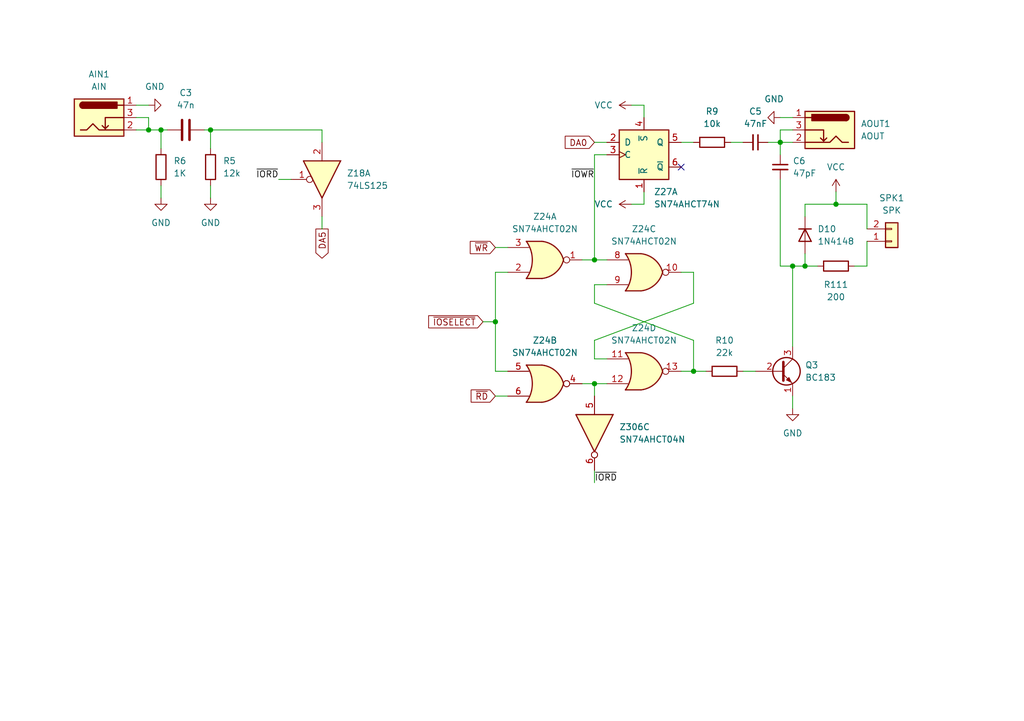
<source format=kicad_sch>
(kicad_sch (version 20211123) (generator eeschema)
  (paper "A5")
  (title_block (title "JupiterAce Z80 plus KIO and new memory format.") (date "2020-05-12") (rev "${REVNUM}") (company "Ontobus") (comment 1 "John Bradley") (comment 2 "https://creativecommons.org/licenses/by-nc-sa/4.0/") (comment 3 "Attribution-NonCommercial-ShareAlike 4.0 International License.") (comment 4 "This work is licensed under a Creative Commons "))
  (lib_symbols
    (symbol "74xx:74LS02" (pin_names (offset 1.016))
      (property "Reference" "U" (at 0 1.27 0))
      (property "Value" "74LS02" (at 0 -1.27 0))
      (symbol "74LS02_1_1"
        (arc (start -3.81 -3.81) (mid -2.589 0) (end -3.81 3.81) (stroke (width 0.254)))
        (arc (start -0.6096 -3.81) (mid 2.1855 -2.584) (end 3.81 0) (stroke (width 0.254)) (fill (type background)))
        (polyline (pts (xy -3.81 -3.81) (xy -0.635 -3.81)) (stroke (width 0.254)) (fill (type background)))
        (polyline (pts (xy -3.81 3.81) (xy -0.635 3.81)) (stroke (width 0.254)) (fill (type background)))
        (polyline (pts (xy -0.635 3.81) (xy -3.81 3.81) (xy -3.81 3.81) (xy -3.556 3.4036) (xy -3.0226 2.2606) (xy -2.6924 1.0414) (xy -2.6162 -0.254) (xy -2.7686 -1.4986) (xy -3.175 -2.7178) (xy -3.81 -3.81) (xy -3.81 -3.81) (xy -0.635 -3.81)) (stroke (width -25.4)) (fill (type background)))
        (arc (start 3.81 0) (mid 2.1928 2.5925) (end -0.6096 3.81) (stroke (width 0.254)) (fill (type background)))
        (pin output inverted (at 7.62 0 180) (length 3.81) (name "~") (number "1"))
        (pin input line (at -7.62 2.54 0) (length 4.318) (name "~") (number "2"))
        (pin input line (at -7.62 -2.54 0) (length 4.318) (name "~") (number "3"))
      )
      (symbol "74LS02_1_2"
        (arc (start 0 -3.81) (mid 3.81 0) (end 0 3.81) (stroke (width 0.254)) (fill (type background)))
        (polyline (pts (xy 0 3.81) (xy -3.81 3.81) (xy -3.81 -3.81) (xy 0 -3.81)) (stroke (width 0.254)) (fill (type background)))
        (pin output line (at 7.62 0 180) (length 3.81) (name "~") (number "1"))
        (pin input inverted (at -7.62 2.54 0) (length 3.81) (name "~") (number "2"))
        (pin input inverted (at -7.62 -2.54 0) (length 3.81) (name "~") (number "3"))
      )
      (symbol "74LS02_2_1"
        (arc (start -3.81 -3.81) (mid -2.589 0) (end -3.81 3.81) (stroke (width 0.254)))
        (arc (start -0.6096 -3.81) (mid 2.1855 -2.584) (end 3.81 0) (stroke (width 0.254)) (fill (type background)))
        (polyline (pts (xy -3.81 -3.81) (xy -0.635 -3.81)) (stroke (width 0.254)) (fill (type background)))
        (polyline (pts (xy -3.81 3.81) (xy -0.635 3.81)) (stroke (width 0.254)) (fill (type background)))
        (polyline (pts (xy -0.635 3.81) (xy -3.81 3.81) (xy -3.81 3.81) (xy -3.556 3.4036) (xy -3.0226 2.2606) (xy -2.6924 1.0414) (xy -2.6162 -0.254) (xy -2.7686 -1.4986) (xy -3.175 -2.7178) (xy -3.81 -3.81) (xy -3.81 -3.81) (xy -0.635 -3.81)) (stroke (width -25.4)) (fill (type background)))
        (arc (start 3.81 0) (mid 2.1928 2.5925) (end -0.6096 3.81) (stroke (width 0.254)) (fill (type background)))
        (pin output inverted (at 7.62 0 180) (length 3.81) (name "~") (number "4"))
        (pin input line (at -7.62 2.54 0) (length 4.318) (name "~") (number "5"))
        (pin input line (at -7.62 -2.54 0) (length 4.318) (name "~") (number "6"))
      )
      (symbol "74LS02_2_2"
        (arc (start 0 -3.81) (mid 3.81 0) (end 0 3.81) (stroke (width 0.254)) (fill (type background)))
        (polyline (pts (xy 0 3.81) (xy -3.81 3.81) (xy -3.81 -3.81) (xy 0 -3.81)) (stroke (width 0.254)) (fill (type background)))
        (pin output line (at 7.62 0 180) (length 3.81) (name "~") (number "4"))
        (pin input inverted (at -7.62 2.54 0) (length 3.81) (name "~") (number "5"))
        (pin input inverted (at -7.62 -2.54 0) (length 3.81) (name "~") (number "6"))
      )
      (symbol "74LS02_3_1"
        (arc (start -3.81 -3.81) (mid -2.589 0) (end -3.81 3.81) (stroke (width 0.254)))
        (arc (start -0.6096 -3.81) (mid 2.1855 -2.584) (end 3.81 0) (stroke (width 0.254)) (fill (type background)))
        (polyline (pts (xy -3.81 -3.81) (xy -0.635 -3.81)) (stroke (width 0.254)) (fill (type background)))
        (polyline (pts (xy -3.81 3.81) (xy -0.635 3.81)) (stroke (width 0.254)) (fill (type background)))
        (polyline (pts (xy -0.635 3.81) (xy -3.81 3.81) (xy -3.81 3.81) (xy -3.556 3.4036) (xy -3.0226 2.2606) (xy -2.6924 1.0414) (xy -2.6162 -0.254) (xy -2.7686 -1.4986) (xy -3.175 -2.7178) (xy -3.81 -3.81) (xy -3.81 -3.81) (xy -0.635 -3.81)) (stroke (width -25.4)) (fill (type background)))
        (arc (start 3.81 0) (mid 2.1928 2.5925) (end -0.6096 3.81) (stroke (width 0.254)) (fill (type background)))
        (pin output inverted (at 7.62 0 180) (length 3.81) (name "~") (number "10"))
        (pin input line (at -7.62 2.54 0) (length 4.318) (name "~") (number "8"))
        (pin input line (at -7.62 -2.54 0) (length 4.318) (name "~") (number "9"))
      )
      (symbol "74LS02_3_2"
        (arc (start 0 -3.81) (mid 3.81 0) (end 0 3.81) (stroke (width 0.254)) (fill (type background)))
        (polyline (pts (xy 0 3.81) (xy -3.81 3.81) (xy -3.81 -3.81) (xy 0 -3.81)) (stroke (width 0.254)) (fill (type background)))
        (pin output line (at 7.62 0 180) (length 3.81) (name "~") (number "10"))
        (pin input inverted (at -7.62 2.54 0) (length 3.81) (name "~") (number "8"))
        (pin input inverted (at -7.62 -2.54 0) (length 3.81) (name "~") (number "9"))
      )
      (symbol "74LS02_4_1"
        (arc (start -3.81 -3.81) (mid -2.589 0) (end -3.81 3.81) (stroke (width 0.254)))
        (arc (start -0.6096 -3.81) (mid 2.1855 -2.584) (end 3.81 0) (stroke (width 0.254)) (fill (type background)))
        (polyline (pts (xy -3.81 -3.81) (xy -0.635 -3.81)) (stroke (width 0.254)) (fill (type background)))
        (polyline (pts (xy -3.81 3.81) (xy -0.635 3.81)) (stroke (width 0.254)) (fill (type background)))
        (polyline (pts (xy -0.635 3.81) (xy -3.81 3.81) (xy -3.81 3.81) (xy -3.556 3.4036) (xy -3.0226 2.2606) (xy -2.6924 1.0414) (xy -2.6162 -0.254) (xy -2.7686 -1.4986) (xy -3.175 -2.7178) (xy -3.81 -3.81) (xy -3.81 -3.81) (xy -0.635 -3.81)) (stroke (width -25.4)) (fill (type background)))
        (arc (start 3.81 0) (mid 2.1928 2.5925) (end -0.6096 3.81) (stroke (width 0.254)) (fill (type background)))
        (pin input line (at -7.62 2.54 0) (length 4.318) (name "~") (number "11"))
        (pin input line (at -7.62 -2.54 0) (length 4.318) (name "~") (number "12"))
        (pin output inverted (at 7.62 0 180) (length 3.81) (name "~") (number "13"))
      )
      (symbol "74LS02_4_2"
        (arc (start 0 -3.81) (mid 3.81 0) (end 0 3.81) (stroke (width 0.254)) (fill (type background)))
        (polyline (pts (xy 0 3.81) (xy -3.81 3.81) (xy -3.81 -3.81) (xy 0 -3.81)) (stroke (width 0.254)) (fill (type background)))
        (pin input inverted (at -7.62 2.54 0) (length 3.81) (name "~") (number "11"))
        (pin input inverted (at -7.62 -2.54 0) (length 3.81) (name "~") (number "12"))
        (pin output line (at 7.62 0 180) (length 3.81) (name "~") (number "13"))
      )
      (symbol "74LS02_5_0"
        (pin power_in line (at 0 12.7 270) (length 5.08) (name "VCC") (number "14"))
        (pin power_in line (at 0 -12.7 90) (length 5.08) (name "GND") (number "7"))
      )
      (symbol "74LS02_5_1"
        (rectangle (start -5.08 7.62) (end 5.08 -7.62) (stroke (width 0.254)) (fill (type background)))
      )
    )
    (symbol "74xx:74LS04"
      (property "Reference" "U" (at 0 1.27 0))
      (property "Value" "74LS04" (at 0 -1.27 0))
      (symbol "74LS04_1_0"
        (polyline (pts (xy -3.81 3.81) (xy -3.81 -3.81) (xy 3.81 0) (xy -3.81 3.81)) (stroke (width 0.254)) (fill (type background)))
        (pin input line (at -7.62 0 0) (length 3.81) (name "~") (number "1"))
        (pin output inverted (at 7.62 0 180) (length 3.81) (name "~") (number "2"))
      )
      (symbol "74LS04_2_0"
        (polyline (pts (xy -3.81 3.81) (xy -3.81 -3.81) (xy 3.81 0) (xy -3.81 3.81)) (stroke (width 0.254)) (fill (type background)))
        (pin input line (at -7.62 0 0) (length 3.81) (name "~") (number "3"))
        (pin output inverted (at 7.62 0 180) (length 3.81) (name "~") (number "4"))
      )
      (symbol "74LS04_3_0"
        (polyline (pts (xy -3.81 3.81) (xy -3.81 -3.81) (xy 3.81 0) (xy -3.81 3.81)) (stroke (width 0.254)) (fill (type background)))
        (pin input line (at -7.62 0 0) (length 3.81) (name "~") (number "5"))
        (pin output inverted (at 7.62 0 180) (length 3.81) (name "~") (number "6"))
      )
      (symbol "74LS04_4_0"
        (polyline (pts (xy -3.81 3.81) (xy -3.81 -3.81) (xy 3.81 0) (xy -3.81 3.81)) (stroke (width 0.254)) (fill (type background)))
        (pin output inverted (at 7.62 0 180) (length 3.81) (name "~") (number "8"))
        (pin input line (at -7.62 0 0) (length 3.81) (name "~") (number "9"))
      )
      (symbol "74LS04_5_0"
        (polyline (pts (xy -3.81 3.81) (xy -3.81 -3.81) (xy 3.81 0) (xy -3.81 3.81)) (stroke (width 0.254)) (fill (type background)))
        (pin output inverted (at 7.62 0 180) (length 3.81) (name "~") (number "10"))
        (pin input line (at -7.62 0 0) (length 3.81) (name "~") (number "11"))
      )
      (symbol "74LS04_6_0"
        (polyline (pts (xy -3.81 3.81) (xy -3.81 -3.81) (xy 3.81 0) (xy -3.81 3.81)) (stroke (width 0.254)) (fill (type background)))
        (pin output inverted (at 7.62 0 180) (length 3.81) (name "~") (number "12"))
        (pin input line (at -7.62 0 0) (length 3.81) (name "~") (number "13"))
      )
      (symbol "74LS04_7_0"
        (pin power_in line (at 0 12.7 270) (length 5.08) (name "VCC") (number "14"))
        (pin power_in line (at 0 -12.7 90) (length 5.08) (name "GND") (number "7"))
      )
      (symbol "74LS04_7_1"
        (rectangle (start -5.08 7.62) (end 5.08 -7.62) (stroke (width 0.254)) (fill (type background)))
      )
    )
    (symbol "74xx:74LS125" (pin_names (offset 1.016))
      (property "Reference" "U" (at 0 1.27 0))
      (property "Value" "74LS125" (at 0 -1.27 0))
      (symbol "74LS125_1_0"
        (polyline (pts (xy -3.81 3.81) (xy -3.81 -3.81) (xy 3.81 0) (xy -3.81 3.81)) (stroke (width 0.254)) (fill (type background)))
        (pin input inverted (at 0 -6.35 90) (length 4.445) (name "~") (number "1"))
        (pin input line (at -7.62 0 0) (length 3.81) (name "~") (number "2"))
        (pin tri_state line (at 7.62 0 180) (length 3.81) (name "~") (number "3"))
      )
      (symbol "74LS125_2_0"
        (polyline (pts (xy -3.81 3.81) (xy -3.81 -3.81) (xy 3.81 0) (xy -3.81 3.81)) (stroke (width 0.254)) (fill (type background)))
        (pin input inverted (at 0 -6.35 90) (length 4.445) (name "~") (number "4"))
        (pin input line (at -7.62 0 0) (length 3.81) (name "~") (number "5"))
        (pin tri_state line (at 7.62 0 180) (length 3.81) (name "~") (number "6"))
      )
      (symbol "74LS125_3_0"
        (polyline (pts (xy -3.81 3.81) (xy -3.81 -3.81) (xy 3.81 0) (xy -3.81 3.81)) (stroke (width 0.254)) (fill (type background)))
        (pin input inverted (at 0 -6.35 90) (length 4.445) (name "~") (number "10"))
        (pin tri_state line (at 7.62 0 180) (length 3.81) (name "~") (number "8"))
        (pin input line (at -7.62 0 0) (length 3.81) (name "~") (number "9"))
      )
      (symbol "74LS125_4_0"
        (polyline (pts (xy -3.81 3.81) (xy -3.81 -3.81) (xy 3.81 0) (xy -3.81 3.81)) (stroke (width 0.254)) (fill (type background)))
        (pin tri_state line (at 7.62 0 180) (length 3.81) (name "~") (number "11"))
        (pin input line (at -7.62 0 0) (length 3.81) (name "~") (number "12"))
        (pin input inverted (at 0 -6.35 90) (length 4.445) (name "~") (number "13"))
      )
      (symbol "74LS125_5_0"
        (pin power_in line (at 0 12.7 270) (length 5.08) (name "VCC") (number "14"))
        (pin power_in line (at 0 -12.7 90) (length 5.08) (name "GND") (number "7"))
      )
      (symbol "74LS125_5_1"
        (rectangle (start -5.08 7.62) (end 5.08 -7.62) (stroke (width 0.254)) (fill (type background)))
      )
    )
    (symbol "74xx:74LS74" (pin_names (offset 1.016))
      (property "Reference" "U" (at -7.62 8.89 0))
      (property "Value" "74LS74" (at -7.62 -8.89 0))
      (symbol "74LS74_1_0"
        (pin input line (at 0 -7.62 90) (length 2.54) (name "~{R}") (number "1"))
        (pin input line (at -7.62 2.54 0) (length 2.54) (name "D") (number "2"))
        (pin input clock (at -7.62 0 0) (length 2.54) (name "C") (number "3"))
        (pin input line (at 0 7.62 270) (length 2.54) (name "~{S}") (number "4"))
        (pin output line (at 7.62 2.54 180) (length 2.54) (name "Q") (number "5"))
        (pin output line (at 7.62 -2.54 180) (length 2.54) (name "~{Q}") (number "6"))
      )
      (symbol "74LS74_1_1"
        (rectangle (start -5.08 5.08) (end 5.08 -5.08) (stroke (width 0.254)) (fill (type background)))
      )
      (symbol "74LS74_2_0"
        (pin input line (at 0 7.62 270) (length 2.54) (name "~{S}") (number "10"))
        (pin input clock (at -7.62 0 0) (length 2.54) (name "C") (number "11"))
        (pin input line (at -7.62 2.54 0) (length 2.54) (name "D") (number "12"))
        (pin input line (at 0 -7.62 90) (length 2.54) (name "~{R}") (number "13"))
        (pin output line (at 7.62 -2.54 180) (length 2.54) (name "~{Q}") (number "8"))
        (pin output line (at 7.62 2.54 180) (length 2.54) (name "Q") (number "9"))
      )
      (symbol "74LS74_2_1"
        (rectangle (start -5.08 5.08) (end 5.08 -5.08) (stroke (width 0.254)) (fill (type background)))
      )
      (symbol "74LS74_3_0"
        (pin power_in line (at 0 10.16 270) (length 2.54) (name "VCC") (number "14"))
        (pin power_in line (at 0 -10.16 90) (length 2.54) (name "GND") (number "7"))
      )
      (symbol "74LS74_3_1"
        (rectangle (start -5.08 7.62) (end 5.08 -7.62) (stroke (width 0.254)) (fill (type background)))
      )
    )
    (symbol "Connector:Barrel_Jack_Switch" (pin_names hide)
      (property "Reference" "J" (at 0 5.334 0))
      (property "Value" "Barrel_Jack_Switch" (at 0 -5.08 0))
      (symbol "Barrel_Jack_Switch_0_1"
        (rectangle (start -5.08 3.81) (end 5.08 -3.81) (stroke (width 0.254)) (fill (type background)))
        (arc (start -3.302 3.175) (mid -3.937 2.54) (end -3.302 1.905) (stroke (width 0.254)))
        (arc (start -3.302 3.175) (mid -3.937 2.54) (end -3.302 1.905) (stroke (width 0.254)) (fill (type outline)))
        (polyline (pts (xy 1.27 -2.286) (xy 1.905 -1.651)) (stroke (width 0.254)))
        (polyline (pts (xy 5.08 2.54) (xy 3.81 2.54)) (stroke (width 0.254)))
        (polyline (pts (xy 5.08 0) (xy 1.27 0) (xy 1.27 -2.286) (xy 0.635 -1.651)) (stroke (width 0.254)))
        (polyline (pts (xy -3.81 -2.54) (xy -2.54 -2.54) (xy -1.27 -1.27) (xy 0 -2.54) (xy 2.54 -2.54) (xy 5.08 -2.54)) (stroke (width 0.254)))
        (rectangle (start 3.683 3.175) (end -3.302 1.905) (stroke (width 0.254)) (fill (type outline)))
      )
      (symbol "Barrel_Jack_Switch_1_1"
        (pin passive line (at 7.62 2.54 180) (length 2.54) (name "~") (number "1"))
        (pin passive line (at 7.62 -2.54 180) (length 2.54) (name "~") (number "2"))
        (pin passive line (at 7.62 0 180) (length 2.54) (name "~") (number "3"))
      )
    )
    (symbol "Connector_Generic:Conn_01x02" (pin_names (offset 1.016) hide)
      (property "Reference" "J" (at 0 2.54 0))
      (property "Value" "Conn_01x02" (at 0 -5.08 0))
      (symbol "Conn_01x02_1_1"
        (rectangle (start -1.27 -2.413) (end 0 -2.667) (stroke (width 0.1524)))
        (rectangle (start -1.27 0.127) (end 0 -0.127) (stroke (width 0.1524)))
        (rectangle (start -1.27 1.27) (end 1.27 -3.81) (stroke (width 0.254)) (fill (type background)))
        (pin passive line (at -5.08 0 0) (length 3.81) (name "Pin_1") (number "1"))
        (pin passive line (at -5.08 -2.54 0) (length 3.81) (name "Pin_2") (number "2"))
      )
    )
    (symbol "Device:C" (pin_numbers hide) (pin_names (offset 0.254))
      (property "Reference" "C" (at 0.635 2.54 0))
      (property "Value" "C" (at 0.635 -2.54 0))
      (symbol "C_0_1"
        (polyline (pts (xy -2.032 -0.762) (xy 2.032 -0.762)) (stroke (width 0.508)))
        (polyline (pts (xy -2.032 0.762) (xy 2.032 0.762)) (stroke (width 0.508)))
      )
      (symbol "C_1_1"
        (pin passive line (at 0 3.81 270) (length 2.794) (name "~") (number "1"))
        (pin passive line (at 0 -3.81 90) (length 2.794) (name "~") (number "2"))
      )
    )
    (symbol "Device:C_Small" (pin_numbers hide) (pin_names (offset 0.254) hide)
      (property "Reference" "C" (at 0.254 1.778 0))
      (property "Value" "C_Small" (at 0.254 -2.032 0))
      (symbol "C_Small_0_1"
        (polyline (pts (xy -1.524 -0.508) (xy 1.524 -0.508)) (stroke (width 0.3302)))
        (polyline (pts (xy -1.524 0.508) (xy 1.524 0.508)) (stroke (width 0.3048)))
      )
      (symbol "C_Small_1_1"
        (pin passive line (at 0 2.54 270) (length 2.032) (name "~") (number "1"))
        (pin passive line (at 0 -2.54 90) (length 2.032) (name "~") (number "2"))
      )
    )
    (symbol "Device:Q_NPN_EBC" (pin_names (offset 0) hide)
      (property "Reference" "Q" (at 5.08 1.27 0))
      (property "Value" "Q_NPN_EBC" (at 5.08 -1.27 0))
      (symbol "Q_NPN_EBC_0_1"
        (polyline (pts (xy 0.635 0.635) (xy 2.54 2.54)))
        (polyline (pts (xy 0.635 -0.635) (xy 2.54 -2.54) (xy 2.54 -2.54)))
        (polyline (pts (xy 0.635 1.905) (xy 0.635 -1.905) (xy 0.635 -1.905)) (stroke (width 0.508)))
        (polyline (pts (xy 1.27 -1.778) (xy 1.778 -1.27) (xy 2.286 -2.286) (xy 1.27 -1.778) (xy 1.27 -1.778)) (fill (type outline)))
        (circle (center 1.27 0) (radius 2.8194) (stroke (width 0.254)))
      )
      (symbol "Q_NPN_EBC_1_1"
        (pin passive line (at 2.54 -5.08 90) (length 2.54) (name "E") (number "1"))
        (pin passive line (at -5.08 0 0) (length 5.715) (name "B") (number "2"))
        (pin passive line (at 2.54 5.08 270) (length 2.54) (name "C") (number "3"))
      )
    )
    (symbol "Device:R" (pin_numbers hide) (pin_names (offset 0))
      (property "Reference" "R" (at 2.032 0 90))
      (property "Value" "R" (at 0 0 90))
      (symbol "R_0_1"
        (rectangle (start -1.016 -2.54) (end 1.016 2.54) (stroke (width 0.254)))
      )
      (symbol "R_1_1"
        (pin passive line (at 0 3.81 270) (length 1.27) (name "~") (number "1"))
        (pin passive line (at 0 -3.81 90) (length 1.27) (name "~") (number "2"))
      )
    )
    (symbol "Diode:1N4148" (pin_numbers hide) (pin_names (offset 1.016) hide)
      (property "Reference" "D" (at 0 2.54 0))
      (property "Value" "1N4148" (at 0 -2.54 0))
      (symbol "1N4148_0_1"
        (polyline (pts (xy -1.27 1.27) (xy -1.27 -1.27)) (stroke (width 0.254)))
        (polyline (pts (xy 1.27 0) (xy -1.27 0)))
        (polyline (pts (xy 1.27 1.27) (xy 1.27 -1.27) (xy -1.27 0) (xy 1.27 1.27)) (stroke (width 0.254)))
      )
      (symbol "1N4148_1_1"
        (pin passive line (at -3.81 0 0) (length 2.54) (name "K") (number "1"))
        (pin passive line (at 3.81 0 180) (length 2.54) (name "A") (number "2"))
      )
    )
    (symbol "power:GND" (power) (pin_names (offset 0))
      (property "Value" "GND" (at 0 -3.81 0))
      (symbol "GND_0_1"
        (polyline (pts (xy 0 0) (xy 0 -1.27) (xy 1.27 -1.27) (xy 0 -2.54) (xy -1.27 -1.27) (xy 0 -1.27)))
      )
      (symbol "GND_1_1"
        (pin power_in line (at 0 0 270) (length 0) hide (name "GND") (number "1"))
      )
    )
    (symbol "power:VCC" (power) (pin_names (offset 0))
      (property "Value" "VCC" (at 0 3.81 0))
      (symbol "VCC_0_1"
        (polyline (pts (xy -0.762 1.27) (xy 0 2.54)))
        (polyline (pts (xy 0 0) (xy 0 2.54)))
        (polyline (pts (xy 0 2.54) (xy 0.762 1.27)))
      )
      (symbol "VCC_1_1"
        (pin power_in line (at 0 0 90) (length 0) hide (name "VCC") (number "1"))
      )
    )
  )
  (junction (at 101.6 66.04))
  (junction (at 160.02 29.21))
  (junction (at 162.56 54.61))
  (junction (at 121.92 78.74))
  (junction (at 171.45 41.91))
  (junction (at 43.18 26.67))
  (junction (at 142.24 76.2))
  (junction (at 30.48 26.67))
  (junction (at 33.02 26.67))
  (junction (at 121.92 53.34))
  (junction (at 165.1 54.61))
  (no_connect (at 139.7 34.29))
  (wire (pts (xy 57.15 36.83) (xy 59.69 36.83)))
  (wire (pts (xy 160.02 29.21) (xy 162.56 29.21)))
  (wire (pts (xy 142.24 55.88) (xy 142.24 62.23)))
  (wire (pts (xy 121.92 78.74) (xy 124.46 78.74)))
  (wire (pts (xy 165.1 41.91) (xy 165.1 44.45)))
  (wire (pts (xy 101.6 76.2) (xy 104.14 76.2)))
  (wire (pts (xy 160.02 26.67) (xy 160.02 29.21)))
  (wire (pts (xy 162.56 83.82) (xy 162.56 81.28)))
  (wire (pts (xy 139.7 76.2) (xy 142.24 76.2)))
  (wire (pts (xy 162.56 54.61) (xy 162.56 71.12)))
  (wire (pts (xy 139.7 29.21) (xy 142.24 29.21)))
  (wire (pts (xy 121.92 96.52) (xy 121.92 99.06)))
  (wire (pts (xy 121.92 69.85) (xy 121.92 73.66)))
  (wire (pts (xy 165.1 41.91) (xy 171.45 41.91)))
  (wire (pts (xy 160.02 54.61) (xy 160.02 36.83)))
  (wire (pts (xy 41.91 26.67) (xy 43.18 26.67)))
  (wire (pts (xy 129.54 41.91) (xy 132.08 41.91)))
  (wire (pts (xy 119.38 78.74) (xy 121.92 78.74)))
  (wire (pts (xy 157.48 29.21) (xy 160.02 29.21)))
  (wire (pts (xy 177.8 41.91) (xy 171.45 41.91)))
  (wire (pts (xy 104.14 50.8) (xy 101.6 50.8)))
  (wire (pts (xy 160.02 26.67) (xy 162.56 26.67)))
  (wire (pts (xy 124.46 53.34) (xy 121.92 53.34)))
  (wire (pts (xy 149.86 29.21) (xy 152.4 29.21)))
  (wire (pts (xy 139.7 55.88) (xy 142.24 55.88)))
  (wire (pts (xy 177.8 46.99) (xy 177.8 41.91)))
  (wire (pts (xy 160.02 24.13) (xy 162.56 24.13)))
  (wire (pts (xy 27.94 24.13) (xy 30.48 24.13)))
  (wire (pts (xy 121.92 62.23) (xy 142.24 69.85)))
  (wire (pts (xy 121.92 29.21) (xy 124.46 29.21)))
  (wire (pts (xy 66.04 44.45) (xy 66.04 46.99)))
  (wire (pts (xy 43.18 38.1) (xy 43.18 40.64)))
  (wire (pts (xy 30.48 24.13) (xy 30.48 26.67)))
  (wire (pts (xy 121.92 31.75) (xy 124.46 31.75)))
  (wire (pts (xy 101.6 55.88) (xy 101.6 66.04)))
  (wire (pts (xy 121.92 62.23) (xy 121.92 58.42)))
  (wire (pts (xy 142.24 76.2) (xy 144.78 76.2)))
  (wire (pts (xy 33.02 26.67) (xy 33.02 30.48)))
  (wire (pts (xy 129.54 21.59) (xy 132.08 21.59)))
  (wire (pts (xy 171.45 41.91) (xy 171.45 39.37)))
  (wire (pts (xy 43.18 26.67) (xy 43.18 30.48)))
  (wire (pts (xy 66.04 26.67) (xy 66.04 29.21)))
  (wire (pts (xy 177.8 49.53) (xy 177.8 54.61)))
  (wire (pts (xy 142.24 62.23) (xy 121.92 69.85)))
  (wire (pts (xy 33.02 26.67) (xy 34.29 26.67)))
  (wire (pts (xy 121.92 58.42) (xy 124.46 58.42)))
  (wire (pts (xy 132.08 39.37) (xy 132.08 41.91)))
  (wire (pts (xy 27.94 26.67) (xy 30.48 26.67)))
  (wire (pts (xy 121.92 31.75) (xy 121.92 53.34)))
  (wire (pts (xy 165.1 54.61) (xy 165.1 52.07)))
  (wire (pts (xy 101.6 55.88) (xy 104.14 55.88)))
  (wire (pts (xy 167.64 54.61) (xy 165.1 54.61)))
  (wire (pts (xy 104.14 81.28) (xy 101.6 81.28)))
  (wire (pts (xy 33.02 38.1) (xy 33.02 40.64)))
  (wire (pts (xy 30.48 21.59) (xy 27.94 21.59)))
  (wire (pts (xy 119.38 53.34) (xy 121.92 53.34)))
  (wire (pts (xy 101.6 76.2) (xy 101.6 66.04)))
  (wire (pts (xy 160.02 29.21) (xy 160.02 31.75)))
  (wire (pts (xy 152.4 76.2) (xy 154.94 76.2)))
  (wire (pts (xy 99.06 66.04) (xy 101.6 66.04)))
  (wire (pts (xy 121.92 81.28) (xy 121.92 78.74)))
  (wire (pts (xy 132.08 24.13) (xy 132.08 21.59)))
  (wire (pts (xy 30.48 26.67) (xy 33.02 26.67)))
  (wire (pts (xy 177.8 54.61) (xy 175.26 54.61)))
  (wire (pts (xy 162.56 54.61) (xy 160.02 54.61)))
  (wire (pts (xy 142.24 76.2) (xy 142.24 69.85)))
  (wire (pts (xy 43.18 26.67) (xy 66.04 26.67)))
  (wire (pts (xy 121.92 73.66) (xy 124.46 73.66)))
  (wire (pts (xy 162.56 54.61) (xy 165.1 54.61)))
  (label "~{IORD}" (at 121.92 99.06 0))
  (label "~{IORD}" (at 57.15 36.83 180))
  (label "~{IOWR}" (at 121.92 36.83 180))
  (global_label "DA5" (shape output) (at 66.04 46.99 270) (property "Intersheet References" "${INTERSHEET_REFS}" (at 65.9606 52.8823 90) (effects (justify right))))
  (global_label "~{WR}" (shape input) (at 101.6 50.8 180) (property "Intersheet References" "${INTERSHEET_REFS}" (at 96.5544 50.7206 0) (effects (justify right))))
  (global_label "DA0" (shape input) (at 121.92 29.21 180) (property "Intersheet References" "${INTERSHEET_REFS}" (at 116.0277 29.2894 0) (effects (justify right))))
  (global_label "~{IOSELECT}" (shape input) (at 99.06 66.04 180) (property "Intersheet References" "${INTERSHEET_REFS}" (at 88.0272 65.9606 0) (effects (justify right))))
  (global_label "~{RD}" (shape input) (at 101.6 81.28 180) (property "Intersheet References" "${INTERSHEET_REFS}" (at 96.7358 81.2006 0) (effects (justify right))))
  (symbol (lib_id "Device:Q_NPN_EBC") (at 160.02 76.2 0) (unit 1)
    (property "Reference" "Q3" (at 165.1 74.9299 0) (effects (justify left)))
    (property "Value" "BC183" (at 165.1 77.4699 0) (effects (justify left)))
    (property "Footprint" "Package_TO_SOT_THT:TO-92L_Inline_Wide" (effects hide))
    (property "Manufacturer_Part_Number" "BC183" (effects hide))
  )
  (symbol (lib_id "Connector_Generic:Conn_01x02") (at 182.88 49.53 0) (mirror x) (unit 1)
    (property "Reference" "SPK1" (at 182.88 40.64 0) (effects (font (size 1.2954 1.2954))))
    (property "Value" "SPK" (at 182.88 43.18 0))
    (property "Footprint" "Connector_PinHeader_2.54mm:PinHeader_1x02_P2.54mm_Vertical" (effects hide))
    (property "Manufacturer_Name" "TE Connectivity / AMP" (effects hide))
    (property "Manufacturer_Part_Number" "5-146871-1" (effects hide))
  )
  (symbol (lib_id "Diode:1N4148") (at 165.1 48.26 270) (unit 1)
    (property "Reference" "D10" (at 167.64 46.9899 90) (effects (justify left)))
    (property "Value" "1N4148" (at 167.64 49.5299 90) (effects (justify left)))
    (property "Footprint" "Diode_THT:D_DO-35_SOD27_P2.54mm_Vertical_AnodeUp" (effects hide))
    (property "Datasheet" "https://assets.nexperia.com/documents/data-sheet/1N4148_1N4448.pdf" (effects hide))
    (property "Manufacturer_Name" "ON Semiconductor" (effects hide))
    (property "Manufacturer_Part_Number" "1N4148" (effects hide))
  )
  (symbol (lib_id "Device:C_Small") (at 160.02 34.29 0) (unit 1)
    (property "Reference" "C6" (at 162.56 33.0262 0) (effects (justify left)))
    (property "Value" "47pF" (at 162.56 35.5662 0) (effects (justify left)))
    (property "Footprint" "Capacitor_THT:C_Disc_D5.0mm_W2.5mm_P2.50mm" (effects hide))
    (property "Manufacturer_Name" "tdk" (effects hide))
    (property "Manufacturer_Part_Number" "FA18C0G1H470JNU00" (effects hide))
  )
  (symbol (lib_id "Device:R") (at 171.45 54.61 90) (unit 1)
    (property "Reference" "R111" (at 171.45 58.42 90))
    (property "Value" "200" (at 171.45 60.96 90))
    (property "Footprint" "Resistor_THT:R_Axial_DIN0204_L3.6mm_D1.6mm_P1.90mm_Vertical" (effects hide))
    (property "Manufacturer_Name" "Vishay" (effects hide))
    (property "Manufacturer_Part_Number" "MBA02040C2000FRP00 " (effects hide))
  )
  (symbol (lib_id "Device:C_Small") (at 154.94 29.21 270) (unit 1)
    (property "Reference" "C5" (at 154.9336 22.86 90))
    (property "Value" "47nF" (at 154.9336 25.4 90))
    (property "Footprint" "Capacitor_THT:C_Disc_D5.0mm_W2.5mm_P2.50mm" (effects hide))
    (property "Manufacturer_Name" "vishay" (effects hide))
    (property "Manufacturer_Part_Number" "K473K15X7RF5TL2" (effects hide))
    (property "Height" "4" (effects hide))
  )
  (symbol (lib_id "74xx:74LS02") (at 111.76 53.34 0) (mirror x) (unit 1)
    (property "Reference" "Z24" (at 111.76 44.45 0))
    (property "Value" "SN74AHCT02N" (at 111.76 46.99 0))
    (property "Footprint" "Package_DIP:DIP-14_W7.62mm" (effects hide))
    (property "Datasheet" "http://www.ti.com/lit/gpn/sn74ls02" (effects hide))
    (property "Manufacturer_Part_Number" "SN74AHCT02N" (effects hide))
    (property "Manufacturer_Name" "Texas Instruments" (effects hide))
  )
  (symbol (lib_id "74xx:74LS02") (at 111.76 78.74 0) (unit 2)
    (property "Reference" "Z24" (at 111.76 69.85 0))
    (property "Value" "SN74AHCT02N" (at 111.76 72.39 0))
    (property "Footprint" "Package_DIP:DIP-14_W7.62mm" (effects hide))
    (property "Datasheet" "http://www.ti.com/lit/gpn/sn74ls02" (effects hide))
    (property "Manufacturer_Part_Number" "SN74AHCT02N" (effects hide))
    (property "Manufacturer_Name" "Texas Instruments" (effects hide))
  )
  (symbol (lib_id "74xx:74LS02") (at 132.08 55.88 0) (unit 3)
    (property "Reference" "Z24" (at 132.08 46.99 0))
    (property "Value" "SN74AHCT02N" (at 132.08 49.53 0))
    (property "Footprint" "Package_DIP:DIP-14_W7.62mm" (effects hide))
    (property "Datasheet" "http://www.ti.com/lit/gpn/sn74ls02" (effects hide))
    (property "Manufacturer_Part_Number" "SN74AHCT02N" (effects hide))
    (property "Manufacturer_Name" "Texas Instruments" (effects hide))
  )
  (symbol (lib_id "74xx:74LS02") (at 132.08 76.2 0) (unit 4)
    (property "Reference" "Z24" (at 132.08 67.31 0))
    (property "Value" "SN74AHCT02N" (at 132.08 69.85 0))
    (property "Footprint" "Package_DIP:DIP-14_W7.62mm" (effects hide))
    (property "Datasheet" "http://www.ti.com/lit/gpn/sn74ls02" (effects hide))
    (property "Manufacturer_Part_Number" "SN74AHCT02N" (effects hide))
    (property "Manufacturer_Name" "Texas Instruments" (effects hide))
  )
  (symbol (lib_id "74xx:74LS74") (at 132.08 31.75 0) (unit 1)
    (property "Reference" "Z27" (at 134.0994 39.37 0) (effects (justify left)))
    (property "Value" "SN74AHCT74N" (at 134.0994 41.91 0) (effects (justify left)))
    (property "Footprint" "Package_DIP:DIP-14_W7.62mm" (effects hide))
    (property "Datasheet" "74xx/74hc_hct74.pdf" (effects hide))
    (property "Manufacturer_Part_Number" "SN74AHCT74N" (effects hide))
    (property "Manufacturer_Name" "Texas Instruments" (effects hide))
  )
  (symbol (lib_id "74xx:74LS04") (at 121.92 88.9 270) (unit 3)
    (property "Reference" "Z306" (at 127 87.6299 90) (effects (justify left)))
    (property "Value" "SN74AHCT04N" (at 127 90.1699 90) (effects (justify left)))
    (property "Footprint" "Package_DIP:DIP-14_W7.62mm" (effects hide))
    (property "Datasheet" "http://www.ti.com/lit/gpn/sn74LS04" (effects hide))
    (property "Manufacturer_Part_Number" "SN74AHCT04N" (effects hide))
    (property "Manufacturer_Name" "Texas Instruments" (effects hide))
  )
  (symbol (lib_id "power:GND") (at 162.56 83.82 0) (unit 1)
    (property "Reference" "#0108" (effects hide))
    (property "Value" "GND" (at 162.56 88.9 0))
  )
  (symbol (lib_id "power:VCC") (at 171.45 39.37 0) (unit 1)
    (property "Reference" "#0109" (effects hide))
    (property "Value" "VCC" (at 171.45 34.29 0))
  )
  (symbol (lib_id "power:GND") (at 160.02 24.13 270) (unit 1)
    (property "Reference" "#0110" (effects hide))
    (property "Value" "GND" (at 158.75 20.32 90))
  )
  (symbol (lib_id "power:VCC") (at 129.54 21.59 90) (unit 1)
    (property "Reference" "#0112" (effects hide))
    (property "Value" "VCC" (at 125.73 21.5899 90) (effects (justify left)))
  )
  (symbol (lib_id "power:VCC") (at 129.54 41.91 90) (unit 1)
    (property "Reference" "#0113" (effects hide))
    (property "Value" "VCC" (at 125.73 41.9099 90) (effects (justify left)))
  )
  (symbol (lib_id "Device:R") (at 146.05 29.21 90) (unit 1)
    (property "Reference" "R9" (at 146.05 22.86 90))
    (property "Value" "10k" (at 146.05 25.4 90))
    (property "Footprint" "Resistor_THT:R_Axial_DIN0204_L3.6mm_D1.6mm_P1.90mm_Vertical" (effects hide))
    (property "Manufacturer_Name" "Vishay" (effects hide))
    (property "Manufacturer_Part_Number" "MBA02040C1002FRP00 " (effects hide))
  )
  (symbol (lib_id "Device:R") (at 148.59 76.2 270) (unit 1)
    (property "Reference" "R10" (at 148.59 69.85 90))
    (property "Value" "22k" (at 148.59 72.39 90))
    (property "Footprint" "Resistor_THT:R_Axial_DIN0204_L3.6mm_D1.6mm_P1.90mm_Vertical" (effects hide))
    (property "Manufacturer_Name" "Vishay" (effects hide))
    (property "Manufacturer_Part_Number" "MBA02040C2202FRP00" (effects hide))
  )
  (symbol (lib_id "Device:C") (at 38.1 26.67 90) (unit 1)
    (property "Reference" "C3" (at 38.1 19.05 90))
    (property "Value" "47n" (at 38.1 21.59 90))
    (property "Footprint" "Capacitor_THT:C_Disc_D5.0mm_W2.5mm_P2.50mm" (effects hide))
    (property "Manufacturer_Name" "vishay" (effects hide))
    (property "Manufacturer_Part_Number" "K473K15X7RF5TL2" (effects hide))
    (property "Height" "4" (effects hide))
  )
  (symbol (lib_id "Connector:Barrel_Jack_Switch") (at 170.18 26.67 0) (mirror y) (unit 1)
    (property "Reference" "AOUT1" (at 176.53 25.3999 0) (effects (justify right)))
    (property "Value" "AOUT" (at 176.53 27.9399 0) (effects (justify right)))
    (property "Footprint" "ExtraFootprints:SJ13523NG" (effects hide))
  )
  (symbol (lib_id "Device:R") (at 33.02 34.29 180) (unit 1)
    (property "Reference" "R6" (at 35.56 33.0199 0) (effects (justify right)))
    (property "Value" "1K" (at 35.56 35.5599 0) (effects (justify right)))
    (property "Footprint" "Resistor_THT:R_Axial_DIN0204_L3.6mm_D1.6mm_P1.90mm_Vertical" (effects hide))
    (property "Manufacturer_Name" "Vishay" (effects hide))
    (property "Manufacturer_Part_Number" "MBA02040C1202FRP00" (effects hide))
  )
  (symbol (lib_id "Connector:Barrel_Jack_Switch") (at 20.32 24.13 0) (unit 1)
    (property "Reference" "AIN1" (at 20.32 15.24 0))
    (property "Value" "AIN" (at 20.32 17.78 0))
    (property "Footprint" "ExtraFootprints:SJ13523NG" (effects hide))
  )
  (symbol (lib_id "power:GND") (at 33.02 40.64 0) (unit 1)
    (property "Reference" "#~PWR0151" (effects hide))
    (property "Value" "GND" (at 33.02 45.72 0))
  )
  (symbol (lib_id "power:GND") (at 30.48 21.59 90) (unit 1)
    (property "Reference" "#~PWR0135" (effects hide))
    (property "Value" "GND" (at 31.75 17.78 90))
  )
  (symbol (lib_id "74xx:74LS125") (at 66.04 36.83 270) (unit 1)
    (property "Reference" "Z18" (at 71.12 35.5599 90) (effects (justify left)))
    (property "Value" "74LS125" (at 71.12 38.0999 90) (effects (justify left)))
    (property "Footprint" "Package_DIP:DIP-14_W7.62mm" (effects hide))
    (property "Datasheet" "http://www.ti.com/lit/gpn/sn74LS125" (effects hide))
    (property "Manufacturer_Part_Number" "74LS125" (effects hide))
    (property "Manufacturer_Name" "Texas Instruments" (effects hide))
  )
  (symbol (lib_id "Device:R") (at 43.18 34.29 180) (unit 1)
    (property "Reference" "R5" (at 45.72 33.0199 0) (effects (justify right)))
    (property "Value" "12k" (at 45.72 35.5599 0) (effects (justify right)))
    (property "Footprint" "Resistor_THT:R_Axial_DIN0204_L3.6mm_D1.6mm_P1.90mm_Vertical" (effects hide))
    (property "Manufacturer_Name" "Vishay" (effects hide))
    (property "Manufacturer_Part_Number" "MBA02040C1202FRP00" (effects hide))
  )
  (symbol (lib_id "power:GND") (at 43.18 40.64 0) (unit 1)
    (property "Reference" "#~PWR0152" (effects hide))
    (property "Value" "GND" (at 43.18 45.72 0))
  )
)
</source>
